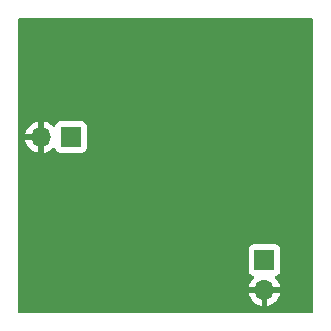
<source format=gbr>
%TF.GenerationSoftware,KiCad,Pcbnew,7.0.1*%
%TF.CreationDate,2023-08-30T09:29:49-04:00*%
%TF.ProjectId,TacTile-L1C,54616354-696c-4652-9d4c-31432e6b6963,rev?*%
%TF.SameCoordinates,Original*%
%TF.FileFunction,Copper,L1,Top*%
%TF.FilePolarity,Positive*%
%FSLAX46Y46*%
G04 Gerber Fmt 4.6, Leading zero omitted, Abs format (unit mm)*
G04 Created by KiCad (PCBNEW 7.0.1) date 2023-08-30 09:29:49*
%MOMM*%
%LPD*%
G01*
G04 APERTURE LIST*
%TA.AperFunction,ComponentPad*%
%ADD10R,1.700000X1.700000*%
%TD*%
%TA.AperFunction,ComponentPad*%
%ADD11O,1.700000X1.700000*%
%TD*%
G04 APERTURE END LIST*
D10*
%TO.P,J2,1,Pin_1*%
%TO.N,/GND*%
X45875000Y-45500000D03*
D11*
%TO.P,J2,2,Pin_2*%
%TO.N,/VCC*%
X45875000Y-48040000D03*
%TD*%
D10*
%TO.P,J1,1,Pin_1*%
%TO.N,/GND*%
X29500000Y-35100000D03*
D11*
%TO.P,J1,2,Pin_2*%
%TO.N,/VCC*%
X26960000Y-35100000D03*
%TD*%
%TA.AperFunction,Conductor*%
%TO.N,/VCC*%
G36*
X49937500Y-25017113D02*
G01*
X49982887Y-25062500D01*
X49999500Y-25124500D01*
X49999500Y-49875500D01*
X49982887Y-49937500D01*
X49937500Y-49982887D01*
X49875500Y-49999500D01*
X25124500Y-49999500D01*
X25062500Y-49982887D01*
X25017113Y-49937500D01*
X25000500Y-49875500D01*
X25000500Y-48290000D01*
X44544364Y-48290000D01*
X44601569Y-48503492D01*
X44701399Y-48717576D01*
X44836893Y-48911081D01*
X45003918Y-49078106D01*
X45197423Y-49213600D01*
X45411507Y-49313430D01*
X45624999Y-49370635D01*
X45625000Y-49370636D01*
X45625000Y-48290000D01*
X46125000Y-48290000D01*
X46125000Y-49370635D01*
X46338492Y-49313430D01*
X46552576Y-49213600D01*
X46746081Y-49078106D01*
X46913106Y-48911081D01*
X47048600Y-48717576D01*
X47148430Y-48503492D01*
X47205636Y-48290000D01*
X46125000Y-48290000D01*
X45625000Y-48290000D01*
X44544364Y-48290000D01*
X25000500Y-48290000D01*
X25000500Y-46397869D01*
X44524500Y-46397869D01*
X44530909Y-46457483D01*
X44581204Y-46592331D01*
X44667454Y-46707546D01*
X44782669Y-46793796D01*
X44914598Y-46843002D01*
X44964978Y-46877981D01*
X44992431Y-46932825D01*
X44990242Y-46994118D01*
X44958947Y-47046865D01*
X44836888Y-47168924D01*
X44701400Y-47362421D01*
X44601569Y-47576507D01*
X44544364Y-47789999D01*
X44544364Y-47790000D01*
X47205636Y-47790000D01*
X47205635Y-47789999D01*
X47148430Y-47576507D01*
X47048599Y-47362421D01*
X46913109Y-47168921D01*
X46791053Y-47046865D01*
X46759757Y-46994119D01*
X46757568Y-46932826D01*
X46785021Y-46877981D01*
X46835398Y-46843003D01*
X46967331Y-46793796D01*
X47082546Y-46707546D01*
X47168796Y-46592331D01*
X47219091Y-46457483D01*
X47225500Y-46397873D01*
X47225499Y-44602128D01*
X47219091Y-44542517D01*
X47168796Y-44407669D01*
X47082546Y-44292454D01*
X46967331Y-44206204D01*
X46832483Y-44155909D01*
X46772873Y-44149500D01*
X46772869Y-44149500D01*
X44977130Y-44149500D01*
X44917515Y-44155909D01*
X44782669Y-44206204D01*
X44667454Y-44292454D01*
X44581204Y-44407668D01*
X44530909Y-44542516D01*
X44524500Y-44602130D01*
X44524500Y-46397869D01*
X25000500Y-46397869D01*
X25000500Y-35350000D01*
X25629364Y-35350000D01*
X25686569Y-35563492D01*
X25786399Y-35777576D01*
X25921893Y-35971081D01*
X26088918Y-36138106D01*
X26282423Y-36273600D01*
X26496507Y-36373430D01*
X26709999Y-36430635D01*
X26710000Y-36430636D01*
X26710000Y-36430635D01*
X27210000Y-36430635D01*
X27423492Y-36373430D01*
X27637576Y-36273600D01*
X27831077Y-36138109D01*
X27953133Y-36016053D01*
X28005880Y-35984757D01*
X28067173Y-35982568D01*
X28122018Y-36010021D01*
X28156996Y-36060399D01*
X28206204Y-36192331D01*
X28292454Y-36307546D01*
X28407669Y-36393796D01*
X28542517Y-36444091D01*
X28602127Y-36450500D01*
X30397872Y-36450499D01*
X30457483Y-36444091D01*
X30592331Y-36393796D01*
X30707546Y-36307546D01*
X30793796Y-36192331D01*
X30844091Y-36057483D01*
X30850500Y-35997873D01*
X30850499Y-34202128D01*
X30844091Y-34142517D01*
X30793796Y-34007669D01*
X30707546Y-33892454D01*
X30592331Y-33806204D01*
X30457483Y-33755909D01*
X30397873Y-33749500D01*
X30397869Y-33749500D01*
X28602130Y-33749500D01*
X28542515Y-33755909D01*
X28407669Y-33806204D01*
X28292454Y-33892454D01*
X28206204Y-34007669D01*
X28156997Y-34139599D01*
X28122018Y-34189978D01*
X28067173Y-34217431D01*
X28005880Y-34215242D01*
X27953134Y-34183946D01*
X27831081Y-34061893D01*
X27637576Y-33926399D01*
X27423492Y-33826569D01*
X27210000Y-33769364D01*
X27210000Y-36430635D01*
X26710000Y-36430635D01*
X26710000Y-35350000D01*
X25629364Y-35350000D01*
X25000500Y-35350000D01*
X25000500Y-34850000D01*
X25629364Y-34850000D01*
X26710000Y-34850000D01*
X26710000Y-33769364D01*
X26709999Y-33769364D01*
X26496507Y-33826569D01*
X26282421Y-33926400D01*
X26088921Y-34061890D01*
X25921890Y-34228921D01*
X25786400Y-34422421D01*
X25686569Y-34636507D01*
X25629364Y-34849999D01*
X25629364Y-34850000D01*
X25000500Y-34850000D01*
X25000500Y-25124500D01*
X25017113Y-25062500D01*
X25062500Y-25017113D01*
X25124500Y-25000500D01*
X49875500Y-25000500D01*
X49937500Y-25017113D01*
G37*
%TD.AperFunction*%
%TD*%
M02*

</source>
